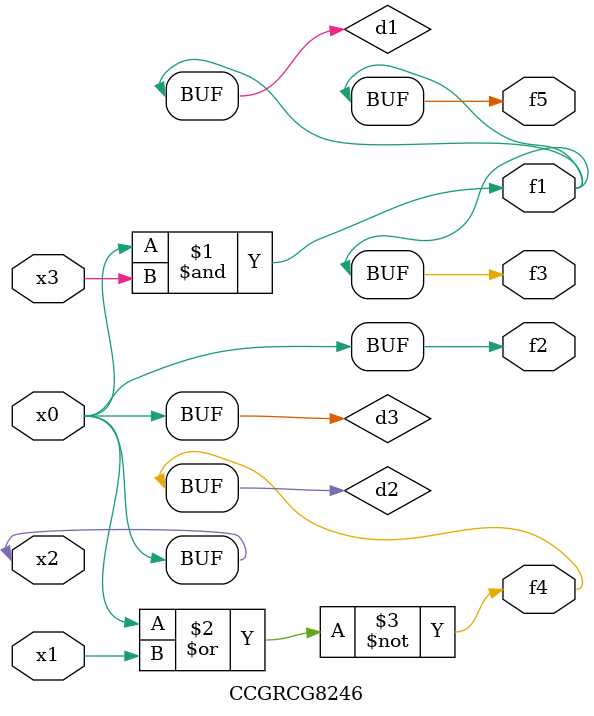
<source format=v>
module CCGRCG8246(
	input x0, x1, x2, x3,
	output f1, f2, f3, f4, f5
);

	wire d1, d2, d3;

	and (d1, x2, x3);
	nor (d2, x0, x1);
	buf (d3, x0, x2);
	assign f1 = d1;
	assign f2 = d3;
	assign f3 = d1;
	assign f4 = d2;
	assign f5 = d1;
endmodule

</source>
